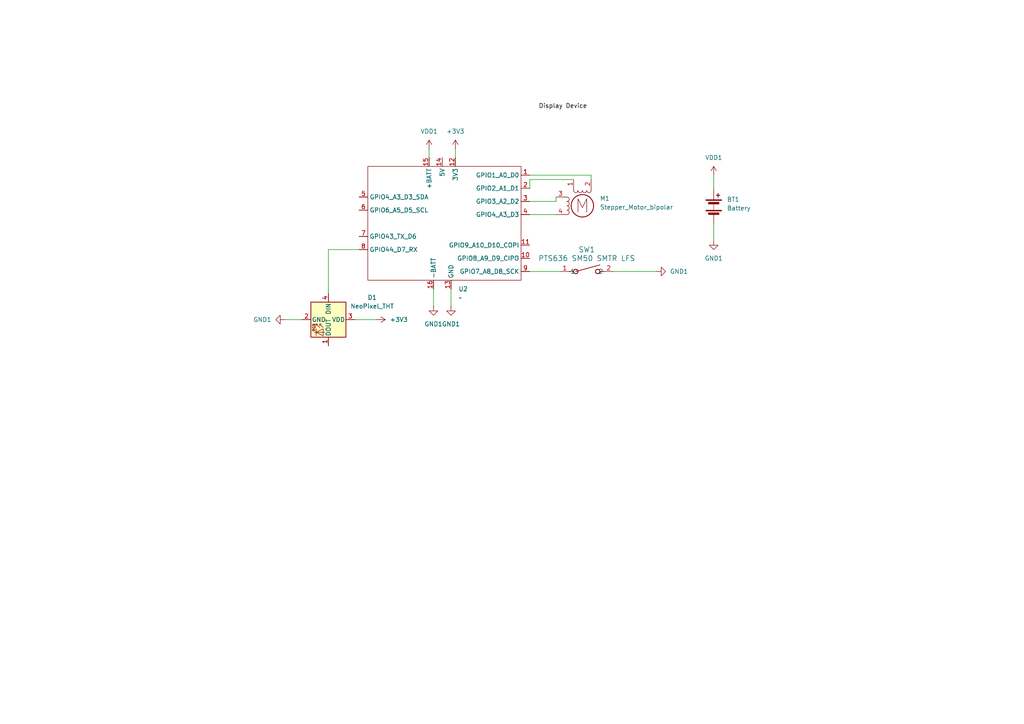
<source format=kicad_sch>
(kicad_sch (version 20250114) (generator "eeschema") (generator_version "9.0")
  (paper "A4")
  (lib_symbols
    (symbol "2026-01-27_02-22-24:PTS636_SM50_SMTR_LFS" (pin_names (offset 0.254))
      (property "Reference" "SW" (at 7.62 3.81 0))
      (property "Value" "PTS636 SM50 SMTR LFS" (at 0 0 0))
      (symbol "PTS636_SM50_SMTR_LFS_0_1"
        (polyline (pts (xy 2.54 0) (xy 3.81 0)) (stroke (width 0.2032)))
        (polyline (pts (xy 4.445 0) (xy 11.43 1.905)) (stroke (width 0.2032)))
        (circle (center 4.445 0) (radius 0.635) (stroke (width 0.254)))
        (circle (center 10.795 0) (radius 0.635) (stroke (width 0.254)))
        (polyline (pts (xy 12.7 0) (xy 11.43 0)) (stroke (width 0.2032)))
        (pin unspecified line (at 0 0 0) (length 2.54) (name "1") (number "1"))
        (pin unspecified line (at 15.24 0 180) (length 2.54) (name "2") (number "2"))
      )
    )
    (symbol "Device:Battery" (pin_numbers (hide yes)) (pin_names (offset 0) (hide yes))
      (property "Reference" "BT" (at 2.54 2.54 0))
      (property "Value" "Battery" (at 2.54 0 0))
      (symbol "Battery_0_1"
        (rectangle (start -2.286 1.778) (end 2.286 1.524) (fill (type outline)))
        (rectangle (start -2.286 -1.27) (end 2.286 -1.524) (fill (type outline)))
        (rectangle (start -1.524 1.016) (end 1.524 0.508) (fill (type outline)))
        (rectangle (start -1.524 -2.032) (end 1.524 -2.54) (fill (type outline)))
        (polyline (pts (xy 0 1.778) (xy 0 2.54)))
        (polyline (pts (xy 0 0) (xy 0 0.254)))
        (polyline (pts (xy 0 -0.508) (xy 0 -0.254)))
        (polyline (pts (xy 0 -1.016) (xy 0 -0.762)))
        (polyline (pts (xy 0.762 3.048) (xy 1.778 3.048)) (stroke (width 0.254)))
        (polyline (pts (xy 1.27 3.556) (xy 1.27 2.54)) (stroke (width 0.254)))
      )
      (symbol "Battery_1_1"
        (pin passive line (at 0 5.08 270) (length 2.54) (name "+") (number "1"))
        (pin passive line (at 0 -5.08 90) (length 2.54) (name "-") (number "2"))
      )
    )
    (symbol "GIX_ESP32:XIAO_ESP32"
      (property "Reference" "U" (at -19.812 18.288 0))
      (symbol "XIAO_ESP32_0_1"
        (polyline (pts (xy -21.59 16.51) (xy -21.59 -16.51) (xy 22.86 -16.51) (xy 22.86 16.51) (xy -21.59 16.51)))
      )
      (symbol "XIAO_ESP32_1_1"
        (pin bidirectional line (at -24.13 7.62 0) (length 2.54) (name "GPIO4_A3_D3_SDA") (number "5"))
        (pin bidirectional line (at -24.13 3.81 0) (length 2.54) (name "GPIO6_A5_D5_SCL") (number "6"))
        (pin bidirectional line (at -24.13 -3.81 0) (length 2.54) (name "GPIO43_TX_D6") (number "7"))
        (pin bidirectional line (at -24.13 -7.62 0) (length 2.54) (name "GPIO44_D7_RX") (number "8"))
        (pin bidirectional line (at -3.81 19.05 270) (length 2.54) (name "+BATT") (number "15"))
        (pin bidirectional line (at -2.54 -19.05 90) (length 2.54) (name "-BATT") (number "16"))
        (pin bidirectional line (at 0 19.05 270) (length 2.54) (name "5V") (number "14"))
        (pin bidirectional line (at 2.54 -19.05 90) (length 2.54) (name "GND") (number "13"))
        (pin bidirectional line (at 3.81 19.05 270) (length 2.54) (name "3V3") (number "12"))
        (pin bidirectional line (at 25.4 13.97 180) (length 2.54) (name "GPIO1_A0_D0") (number "1"))
        (pin bidirectional line (at 25.4 10.16 180) (length 2.54) (name "GPIO2_A1_D1") (number "2"))
        (pin bidirectional line (at 25.4 6.35 180) (length 2.54) (name "GPIO3_A2_D2") (number "3"))
        (pin bidirectional line (at 25.4 2.54 180) (length 2.54) (name "GPIO4_A3_D3") (number "4"))
        (pin bidirectional line (at 25.4 -6.35 180) (length 2.54) (name "GPIO9_A10_D10_COPI") (number "11"))
        (pin bidirectional line (at 25.4 -10.16 180) (length 2.54) (name "GPIO8_A9_D9_CIPO") (number "10"))
        (pin bidirectional line (at 25.4 -13.97 180) (length 2.54) (name "GPIO7_A8_D8_SCK") (number "9"))
      )
    )
    (symbol "LED:NeoPixel_THT" (pin_names (offset 0.254))
      (property "Reference" "D" (at 5.08 5.715 0))
      (property "Value" "NeoPixel_THT" (at 1.27 -5.715 0))
      (symbol "NeoPixel_THT_0_0"
        (text "RGB" (at 2.286 -4.191 0) (effects (font (size 0.762 0.762))))
      )
      (symbol "NeoPixel_THT_0_1"
        (polyline (pts (xy 1.27 -2.54) (xy 1.778 -2.54)))
        (polyline (pts (xy 1.27 -3.556) (xy 1.778 -3.556)))
        (polyline (pts (xy 2.286 -1.524) (xy 1.27 -2.54) (xy 1.27 -2.032)))
        (polyline (pts (xy 2.286 -2.54) (xy 1.27 -3.556) (xy 1.27 -3.048)))
        (polyline (pts (xy 3.683 -1.016) (xy 3.683 -3.556) (xy 3.683 -4.064)))
        (polyline (pts (xy 4.699 -1.524) (xy 2.667 -1.524) (xy 3.683 -3.556) (xy 4.699 -1.524)))
        (polyline (pts (xy 4.699 -3.556) (xy 2.667 -3.556)))
        (rectangle (start 5.08 5.08) (end -5.08 -5.08) (stroke (width 0.254)) (fill (type background)))
      )
      (symbol "NeoPixel_THT_1_1"
        (pin input line (at -7.62 0 0) (length 2.54) (name "DIN") (number "4"))
        (pin power_in line (at 0 7.62 270) (length 2.54) (name "VDD") (number "3"))
        (pin power_in line (at 0 -7.62 90) (length 2.54) (name "GND") (number "2"))
        (pin output line (at 7.62 0 180) (length 2.54) (name "DOUT") (number "1"))
      )
    )
    (symbol "Motor:Stepper_Motor_bipolar" (pin_names (offset 0) (hide yes))
      (property "Reference" "M" (at 3.81 2.54 0))
      (property "Value" "Stepper_Motor_bipolar" (at 3.81 1.27 0))
      (symbol "Stepper_Motor_bipolar_0_0"
        (polyline (pts (xy -1.27 -1.778) (xy -1.27 2.032) (xy 0 -0.508) (xy 1.27 2.032) (xy 1.27 -1.778)))
      )
      (symbol "Stepper_Motor_bipolar_0_1"
        (polyline (pts (xy -5.08 2.54) (xy -4.445 2.54)))
        (polyline (pts (xy -5.08 -2.54) (xy -4.445 -2.54)))
        (arc (start -4.445 2.54) (mid -3.8127 1.905) (end -4.445 1.27))
        (arc (start -4.445 1.27) (mid -3.8127 0.635) (end -4.445 0))
        (arc (start -4.445 0) (mid -3.8127 -0.635) (end -4.445 -1.27))
        (arc (start -4.445 -1.27) (mid -3.8127 -1.905) (end -4.445 -2.54))
        (polyline (pts (xy -2.54 5.08) (xy -2.54 4.445)))
        (arc (start -1.27 4.445) (mid -1.905 3.8127) (end -2.54 4.445))
        (arc (start 0 4.445) (mid -0.635 3.8127) (end -1.27 4.445))
        (circle (center 0 0) (radius 3.2512) (stroke (width 0.254)))
        (arc (start 1.27 4.445) (mid 0.635 3.8127) (end 0 4.445))
        (arc (start 2.54 4.445) (mid 1.905 3.8127) (end 1.27 4.445))
        (polyline (pts (xy 2.54 5.08) (xy 2.54 4.445)))
      )
      (symbol "Stepper_Motor_bipolar_1_1"
        (pin passive line (at -7.62 2.54 0) (length 2.54) (name "~") (number "3"))
        (pin passive line (at -7.62 -2.54 0) (length 2.54) (name "~") (number "4"))
        (pin passive line (at -2.54 7.62 270) (length 2.54) (name "~") (number "1"))
        (pin passive line (at 2.54 7.62 270) (length 2.54) (name "-") (number "2"))
      )
    )
    (symbol "power:+3V3" (power) (pin_numbers (hide yes)) (pin_names (offset 0) (hide yes))
      (property "Value" "+3V3" (at 0 3.556 0))
      (symbol "+3V3_0_1"
        (polyline (pts (xy -0.762 1.27) (xy 0 2.54)))
        (polyline (pts (xy 0 2.54) (xy 0.762 1.27)))
        (polyline (pts (xy 0 0) (xy 0 2.54)))
      )
      (symbol "+3V3_1_1"
        (pin power_in line (at 0 0 90) (length 0) (name "~") (number "1"))
      )
    )
    (symbol "power:GND" (power) (pin_numbers (hide yes)) (pin_names (offset 0) (hide yes))
      (property "Value" "GND" (at 0 -3.81 0))
      (symbol "GND_0_1"
        (polyline (pts (xy 0 0) (xy 0 -1.27) (xy 1.27 -1.27) (xy 0 -2.54) (xy -1.27 -1.27) (xy 0 -1.27)))
      )
      (symbol "GND_1_1"
        (pin power_in line (at 0 0 270) (length 0) (name "~") (number "1"))
      )
    )
    (symbol "power:VDD" (power) (pin_numbers (hide yes)) (pin_names (offset 0) (hide yes))
      (property "Value" "VDD" (at 0 3.556 0))
      (symbol "VDD_0_1"
        (polyline (pts (xy -0.762 1.27) (xy 0 2.54)))
        (polyline (pts (xy 0 2.54) (xy 0.762 1.27)))
        (polyline (pts (xy 0 0) (xy 0 2.54)))
      )
      (symbol "VDD_1_1"
        (pin power_in line (at 0 0 90) (length 0) (name "~") (number "1"))
      )
    )
  )
  (wire (pts (xy 124.46 43.18) (xy 124.46 45.72)))
  (wire (pts (xy 82.55 92.71) (xy 87.63 92.71)))
  (wire (pts (xy 171.45 50.8) (xy 171.45 52.07)))
  (wire (pts (xy 207.01 64.77) (xy 207.01 69.85)))
  (wire (pts (xy 153.67 78.74) (xy 162.56 78.74)))
  (wire (pts (xy 132.08 43.18) (xy 132.08 45.72)))
  (wire (pts (xy 95.25 85.09) (xy 95.25 72.39)))
  (wire (pts (xy 153.67 58.42) (xy 161.29 58.42)))
  (wire (pts (xy 153.67 52.07) (xy 153.67 54.61)))
  (wire (pts (xy 130.81 83.82) (xy 130.81 88.9)))
  (wire (pts (xy 161.29 58.42) (xy 161.29 57.15)))
  (wire (pts (xy 95.25 72.39) (xy 104.14 72.39)))
  (wire (pts (xy 153.67 50.8) (xy 171.45 50.8)))
  (wire (pts (xy 102.87 92.71) (xy 109.22 92.71)))
  (wire (pts (xy 153.67 62.23) (xy 161.29 62.23)))
  (wire (pts (xy 125.73 83.82) (xy 125.73 88.9)))
  (wire (pts (xy 166.37 52.07) (xy 153.67 52.07)))
  (wire (pts (xy 177.8 78.74) (xy 190.5 78.74)))
  (wire (pts (xy 207.01 50.8) (xy 207.01 54.61)))
  (label "Display Device" (at 156.21 31.75 0))
  (symbol (lib_id "power:VDD") (at 207.01 50.8 0) (unit 1)
    (property "Reference" "#PWR04" (effects (hide yes)))
    (property "Value" "VDD1" (at 207.01 45.72 0))
    (property "Description" "Power symbol creates a global label with name \"VDD\"" (effects (hide yes)))
  )
  (symbol (lib_id "Device:Battery") (at 207.01 59.69 0) (unit 1)
    (property "Reference" "BT1" (at 210.82 57.8484 0) (effects (justify left)))
    (property "Value" "Battery" (at 210.82 60.3884 0) (effects (justify left)))
    (property "Footprint" "Connector_JST:JST_PH_S2B-PH-K_1x02_P2.00mm_Horizontal" (effects (hide yes)))
    (property "Description" "Multiple-cell battery" (effects (hide yes)))
  )
  (symbol (lib_id "power:GND") (at 82.55 92.71 270) (unit 1)
    (property "Reference" "#PWR012" (effects (hide yes)))
    (property "Value" "GND1" (at 78.74 92.7099 90) (effects (justify right)))
    (property "Description" "Power symbol creates a global label with name \"GND\" , ground" (effects (hide yes)))
  )
  (symbol (lib_id "GIX_ESP32:XIAO_ESP32") (at 128.27 64.77 0) (unit 1)
    (property "Reference" "U2" (at 132.9533 83.82 0) (effects (justify left)))
    (property "Value" "~" (at 132.9533 86.36 0) (effects (justify left)))
    (property "Footprint" "GIX_ESP32:XIAO_ESP32" (effects (hide yes)))
  )
  (symbol (lib_id "power:GND") (at 130.81 88.9 0) (unit 1)
    (property "Reference" "#PWR02" (effects (hide yes)))
    (property "Value" "GND1" (at 130.81 93.98 0))
    (property "Description" "Power symbol creates a global label with name \"GND\" , ground" (effects (hide yes)))
  )
  (symbol (lib_id "power:VDD") (at 124.46 43.18 0) (unit 1)
    (property "Reference" "#PWR06" (effects (hide yes)))
    (property "Value" "VDD1" (at 124.46 38.1 0))
    (property "Description" "Power symbol creates a global label with name \"VDD\"" (effects (hide yes)))
  )
  (symbol (lib_id "power:+3V3") (at 132.08 43.18 0) (unit 1)
    (property "Reference" "#PWR01" (effects (hide yes)))
    (property "Value" "+3V3" (at 132.08 38.1 0))
    (property "Description" "Power symbol creates a global label with name \"+3V3\"" (effects (hide yes)))
  )
  (symbol (lib_id "power:GND") (at 207.01 69.85 0) (unit 1)
    (property "Reference" "#PWR03" (effects (hide yes)))
    (property "Value" "GND1" (at 207.01 74.93 0))
    (property "Description" "Power symbol creates a global label with name \"GND\" , ground" (effects (hide yes)))
  )
  (symbol (lib_id "Motor:Stepper_Motor_bipolar") (at 168.91 59.69 0) (unit 1)
    (property "Reference" "M1" (at 173.99 57.569 0) (effects (justify left)))
    (property "Value" "Stepper_Motor_bipolar" (at 173.99 60.109 0) (effects (justify left)))
    (property "Footprint" "x27_Footprint:x27_stepper_two_holes" (effects (hide yes)))
    (property "Datasheet" "http://www.infineon.com/dgdl/Application-Note-TLE8110EE_driving_UniPolarStepperMotor_V1.1.pdf?fileId=db3a30431be39b97011be5d0aa0a00b0" (effects (hide yes)))
    (property "Description" "4-wire bipolar stepper motor" (effects (hide yes)))
  )
  (symbol (lib_id "LED:NeoPixel_THT") (at 95.25 92.71 270) (unit 1)
    (property "Reference" "D1" (at 107.95 86.2898 90))
    (property "Value" "NeoPixel_THT" (at 107.95 88.8298 90))
    (property "Footprint" "footprints_XL-5050:MOD8_3p94x2p36x1p35_BRA" (effects (hide yes)))
    (property "Datasheet" "https://www.adafruit.com/product/1938" (effects (hide yes)))
    (property "Description" "RGB LED with integrated controller, 5mm/8mm LED package" (effects (hide yes)))
  )
  (symbol (lib_id "power:+3V3") (at 109.22 92.71 270) (unit 1)
    (property "Reference" "#PWR011" (effects (hide yes)))
    (property "Value" "+3V3" (at 113.03 92.7099 90) (effects (justify left)))
    (property "Description" "Power symbol creates a global label with name \"+3V3\"" (effects (hide yes)))
  )
  (symbol (lib_id "power:GND") (at 190.5 78.74 90) (unit 1)
    (property "Reference" "#PWR013" (effects (hide yes)))
    (property "Value" "GND1" (at 194.31 78.7399 90) (effects (justify right)))
    (property "Description" "Power symbol creates a global label with name \"GND\" , ground" (effects (hide yes)))
  )
  (symbol (lib_id "power:GND") (at 125.73 88.9 0) (unit 1)
    (property "Reference" "#PWR05" (effects (hide yes)))
    (property "Value" "GND1" (at 125.73 93.98 0))
    (property "Description" "Power symbol creates a global label with name \"GND\" , ground" (effects (hide yes)))
  )
  (symbol (lib_id "2026-01-27_02-22-24:PTS636_SM50_SMTR_LFS") (at 162.56 78.74 0) (unit 1)
    (property "Reference" "SW1" (at 170.18 72.39 0) (effects (font (size 1.524 1.524))))
    (property "Value" "PTS636 SM50 SMTR LFS" (at 170.18 74.93 0) (effects (font (size 1.524 1.524))))
    (property "Footprint" "footprints_PTS636:SW_PTS636_SMT-G_5_CNK" (effects (hide yes)))
    (property "Datasheet" "PTS636 SM50 SMTR LFS" (effects (hide yes)))
  )
)
</source>
